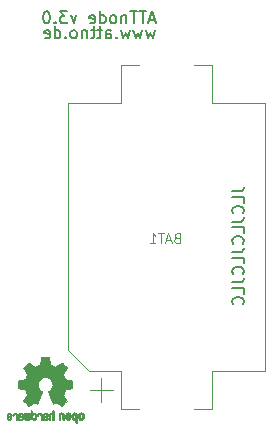
<source format=gbo>
%TF.GenerationSoftware,KiCad,Pcbnew,5.1.8*%
%TF.CreationDate,2020-11-15T15:49:45+01:00*%
%TF.ProjectId,LORA_ATTINY_v3,4c4f5241-5f41-4545-9449-4e595f76332e,rev?*%
%TF.SameCoordinates,Original*%
%TF.FileFunction,Legend,Bot*%
%TF.FilePolarity,Positive*%
%FSLAX46Y46*%
G04 Gerber Fmt 4.6, Leading zero omitted, Abs format (unit mm)*
G04 Created by KiCad (PCBNEW 5.1.8) date 2020-11-15 15:49:45*
%MOMM*%
%LPD*%
G01*
G04 APERTURE LIST*
%ADD10C,0.150000*%
%ADD11C,0.010000*%
%ADD12C,0.120000*%
%ADD13C,0.100000*%
G04 APERTURE END LIST*
D10*
X76414380Y-57102952D02*
X77128666Y-57102952D01*
X77271523Y-57055333D01*
X77366761Y-56960095D01*
X77414380Y-56817238D01*
X77414380Y-56722000D01*
X77414380Y-58055333D02*
X77414380Y-57579142D01*
X76414380Y-57579142D01*
X77319142Y-58960095D02*
X77366761Y-58912476D01*
X77414380Y-58769619D01*
X77414380Y-58674380D01*
X77366761Y-58531523D01*
X77271523Y-58436285D01*
X77176285Y-58388666D01*
X76985809Y-58341047D01*
X76842952Y-58341047D01*
X76652476Y-58388666D01*
X76557238Y-58436285D01*
X76462000Y-58531523D01*
X76414380Y-58674380D01*
X76414380Y-58769619D01*
X76462000Y-58912476D01*
X76509619Y-58960095D01*
X76414380Y-59674380D02*
X77128666Y-59674380D01*
X77271523Y-59626761D01*
X77366761Y-59531523D01*
X77414380Y-59388666D01*
X77414380Y-59293428D01*
X77414380Y-60626761D02*
X77414380Y-60150571D01*
X76414380Y-60150571D01*
X77319142Y-61531523D02*
X77366761Y-61483904D01*
X77414380Y-61341047D01*
X77414380Y-61245809D01*
X77366761Y-61102952D01*
X77271523Y-61007714D01*
X77176285Y-60960095D01*
X76985809Y-60912476D01*
X76842952Y-60912476D01*
X76652476Y-60960095D01*
X76557238Y-61007714D01*
X76462000Y-61102952D01*
X76414380Y-61245809D01*
X76414380Y-61341047D01*
X76462000Y-61483904D01*
X76509619Y-61531523D01*
X76414380Y-62245809D02*
X77128666Y-62245809D01*
X77271523Y-62198190D01*
X77366761Y-62102952D01*
X77414380Y-61960095D01*
X77414380Y-61864857D01*
X77414380Y-63198190D02*
X77414380Y-62722000D01*
X76414380Y-62722000D01*
X77319142Y-64102952D02*
X77366761Y-64055333D01*
X77414380Y-63912476D01*
X77414380Y-63817238D01*
X77366761Y-63674380D01*
X77271523Y-63579142D01*
X77176285Y-63531523D01*
X76985809Y-63483904D01*
X76842952Y-63483904D01*
X76652476Y-63531523D01*
X76557238Y-63579142D01*
X76462000Y-63674380D01*
X76414380Y-63817238D01*
X76414380Y-63912476D01*
X76462000Y-64055333D01*
X76509619Y-64102952D01*
X76414380Y-64817238D02*
X77128666Y-64817238D01*
X77271523Y-64769619D01*
X77366761Y-64674380D01*
X77414380Y-64531523D01*
X77414380Y-64436285D01*
X77414380Y-65769619D02*
X77414380Y-65293428D01*
X76414380Y-65293428D01*
X77319142Y-66674380D02*
X77366761Y-66626761D01*
X77414380Y-66483904D01*
X77414380Y-66388666D01*
X77366761Y-66245809D01*
X77271523Y-66150571D01*
X77176285Y-66102952D01*
X76985809Y-66055333D01*
X76842952Y-66055333D01*
X76652476Y-66102952D01*
X76557238Y-66150571D01*
X76462000Y-66245809D01*
X76414380Y-66388666D01*
X76414380Y-66483904D01*
X76462000Y-66626761D01*
X76509619Y-66674380D01*
X69865285Y-43473714D02*
X69674809Y-44140380D01*
X69484333Y-43664190D01*
X69293857Y-44140380D01*
X69103380Y-43473714D01*
X68817666Y-43473714D02*
X68627190Y-44140380D01*
X68436714Y-43664190D01*
X68246238Y-44140380D01*
X68055761Y-43473714D01*
X67770047Y-43473714D02*
X67579571Y-44140380D01*
X67389095Y-43664190D01*
X67198619Y-44140380D01*
X67008142Y-43473714D01*
X66627190Y-44045142D02*
X66579571Y-44092761D01*
X66627190Y-44140380D01*
X66674809Y-44092761D01*
X66627190Y-44045142D01*
X66627190Y-44140380D01*
X65722428Y-44140380D02*
X65722428Y-43616571D01*
X65770047Y-43521333D01*
X65865285Y-43473714D01*
X66055761Y-43473714D01*
X66151000Y-43521333D01*
X65722428Y-44092761D02*
X65817666Y-44140380D01*
X66055761Y-44140380D01*
X66151000Y-44092761D01*
X66198619Y-43997523D01*
X66198619Y-43902285D01*
X66151000Y-43807047D01*
X66055761Y-43759428D01*
X65817666Y-43759428D01*
X65722428Y-43711809D01*
X65389095Y-43473714D02*
X65008142Y-43473714D01*
X65246238Y-43140380D02*
X65246238Y-43997523D01*
X65198619Y-44092761D01*
X65103380Y-44140380D01*
X65008142Y-44140380D01*
X64817666Y-43473714D02*
X64436714Y-43473714D01*
X64674809Y-43140380D02*
X64674809Y-43997523D01*
X64627190Y-44092761D01*
X64531952Y-44140380D01*
X64436714Y-44140380D01*
X64103380Y-43473714D02*
X64103380Y-44140380D01*
X64103380Y-43568952D02*
X64055761Y-43521333D01*
X63960523Y-43473714D01*
X63817666Y-43473714D01*
X63722428Y-43521333D01*
X63674809Y-43616571D01*
X63674809Y-44140380D01*
X63055761Y-44140380D02*
X63151000Y-44092761D01*
X63198619Y-44045142D01*
X63246238Y-43949904D01*
X63246238Y-43664190D01*
X63198619Y-43568952D01*
X63151000Y-43521333D01*
X63055761Y-43473714D01*
X62912904Y-43473714D01*
X62817666Y-43521333D01*
X62770047Y-43568952D01*
X62722428Y-43664190D01*
X62722428Y-43949904D01*
X62770047Y-44045142D01*
X62817666Y-44092761D01*
X62912904Y-44140380D01*
X63055761Y-44140380D01*
X62293857Y-44045142D02*
X62246238Y-44092761D01*
X62293857Y-44140380D01*
X62341476Y-44092761D01*
X62293857Y-44045142D01*
X62293857Y-44140380D01*
X61389095Y-44140380D02*
X61389095Y-43140380D01*
X61389095Y-44092761D02*
X61484333Y-44140380D01*
X61674809Y-44140380D01*
X61770047Y-44092761D01*
X61817666Y-44045142D01*
X61865285Y-43949904D01*
X61865285Y-43664190D01*
X61817666Y-43568952D01*
X61770047Y-43521333D01*
X61674809Y-43473714D01*
X61484333Y-43473714D01*
X61389095Y-43521333D01*
X60531952Y-44092761D02*
X60627190Y-44140380D01*
X60817666Y-44140380D01*
X60912904Y-44092761D01*
X60960523Y-43997523D01*
X60960523Y-43616571D01*
X60912904Y-43521333D01*
X60817666Y-43473714D01*
X60627190Y-43473714D01*
X60531952Y-43521333D01*
X60484333Y-43616571D01*
X60484333Y-43711809D01*
X60960523Y-43807047D01*
X69889095Y-42584666D02*
X69412904Y-42584666D01*
X69984333Y-42870380D02*
X69651000Y-41870380D01*
X69317666Y-42870380D01*
X69127190Y-41870380D02*
X68555761Y-41870380D01*
X68841476Y-42870380D02*
X68841476Y-41870380D01*
X68365285Y-41870380D02*
X67793857Y-41870380D01*
X68079571Y-42870380D02*
X68079571Y-41870380D01*
X67460523Y-42203714D02*
X67460523Y-42870380D01*
X67460523Y-42298952D02*
X67412904Y-42251333D01*
X67317666Y-42203714D01*
X67174809Y-42203714D01*
X67079571Y-42251333D01*
X67031952Y-42346571D01*
X67031952Y-42870380D01*
X66412904Y-42870380D02*
X66508142Y-42822761D01*
X66555761Y-42775142D01*
X66603380Y-42679904D01*
X66603380Y-42394190D01*
X66555761Y-42298952D01*
X66508142Y-42251333D01*
X66412904Y-42203714D01*
X66270047Y-42203714D01*
X66174809Y-42251333D01*
X66127190Y-42298952D01*
X66079571Y-42394190D01*
X66079571Y-42679904D01*
X66127190Y-42775142D01*
X66174809Y-42822761D01*
X66270047Y-42870380D01*
X66412904Y-42870380D01*
X65222428Y-42870380D02*
X65222428Y-41870380D01*
X65222428Y-42822761D02*
X65317666Y-42870380D01*
X65508142Y-42870380D01*
X65603380Y-42822761D01*
X65651000Y-42775142D01*
X65698619Y-42679904D01*
X65698619Y-42394190D01*
X65651000Y-42298952D01*
X65603380Y-42251333D01*
X65508142Y-42203714D01*
X65317666Y-42203714D01*
X65222428Y-42251333D01*
X64365285Y-42822761D02*
X64460523Y-42870380D01*
X64651000Y-42870380D01*
X64746238Y-42822761D01*
X64793857Y-42727523D01*
X64793857Y-42346571D01*
X64746238Y-42251333D01*
X64651000Y-42203714D01*
X64460523Y-42203714D01*
X64365285Y-42251333D01*
X64317666Y-42346571D01*
X64317666Y-42441809D01*
X64793857Y-42537047D01*
X63222428Y-42203714D02*
X62984333Y-42870380D01*
X62746238Y-42203714D01*
X62460523Y-41870380D02*
X61841476Y-41870380D01*
X62174809Y-42251333D01*
X62031952Y-42251333D01*
X61936714Y-42298952D01*
X61889095Y-42346571D01*
X61841476Y-42441809D01*
X61841476Y-42679904D01*
X61889095Y-42775142D01*
X61936714Y-42822761D01*
X62031952Y-42870380D01*
X62317666Y-42870380D01*
X62412904Y-42822761D01*
X62460523Y-42775142D01*
X61412904Y-42775142D02*
X61365285Y-42822761D01*
X61412904Y-42870380D01*
X61460523Y-42822761D01*
X61412904Y-42775142D01*
X61412904Y-42870380D01*
X60746238Y-41870380D02*
X60651000Y-41870380D01*
X60555761Y-41918000D01*
X60508142Y-41965619D01*
X60460523Y-42060857D01*
X60412904Y-42251333D01*
X60412904Y-42489428D01*
X60460523Y-42679904D01*
X60508142Y-42775142D01*
X60555761Y-42822761D01*
X60651000Y-42870380D01*
X60746238Y-42870380D01*
X60841476Y-42822761D01*
X60889095Y-42775142D01*
X60936714Y-42679904D01*
X60984333Y-42489428D01*
X60984333Y-42251333D01*
X60936714Y-42060857D01*
X60889095Y-41965619D01*
X60841476Y-41918000D01*
X60746238Y-41870380D01*
D11*
%TO.C,OSHW*%
G36*
X60475090Y-71156348D02*
G01*
X60396546Y-71156778D01*
X60339702Y-71157942D01*
X60300895Y-71160207D01*
X60276462Y-71163940D01*
X60262738Y-71169506D01*
X60256060Y-71177273D01*
X60252764Y-71187605D01*
X60252444Y-71188943D01*
X60247438Y-71213079D01*
X60238171Y-71260701D01*
X60225608Y-71326741D01*
X60210713Y-71406128D01*
X60194449Y-71493796D01*
X60193881Y-71496875D01*
X60177590Y-71582789D01*
X60162348Y-71658696D01*
X60149139Y-71720045D01*
X60138946Y-71762282D01*
X60132752Y-71780855D01*
X60132457Y-71781184D01*
X60114212Y-71790253D01*
X60076595Y-71805367D01*
X60027729Y-71823262D01*
X60027457Y-71823358D01*
X59965907Y-71846493D01*
X59893343Y-71875965D01*
X59824943Y-71905597D01*
X59821706Y-71907062D01*
X59710298Y-71957626D01*
X59463601Y-71789160D01*
X59387923Y-71737803D01*
X59319369Y-71691889D01*
X59261912Y-71654030D01*
X59219524Y-71626837D01*
X59196175Y-71612921D01*
X59193958Y-71611889D01*
X59176990Y-71616484D01*
X59145299Y-71638655D01*
X59097648Y-71679447D01*
X59032802Y-71739905D01*
X58966603Y-71804227D01*
X58902786Y-71867612D01*
X58845671Y-71925451D01*
X58798695Y-71974175D01*
X58765297Y-72010210D01*
X58748915Y-72029984D01*
X58748306Y-72031002D01*
X58746495Y-72044572D01*
X58753317Y-72066733D01*
X58770460Y-72100478D01*
X58799607Y-72148800D01*
X58842445Y-72214692D01*
X58899552Y-72299517D01*
X58950234Y-72374177D01*
X58995539Y-72441140D01*
X59032850Y-72496516D01*
X59059548Y-72536420D01*
X59073015Y-72556962D01*
X59073863Y-72558356D01*
X59072219Y-72578038D01*
X59059755Y-72616293D01*
X59038952Y-72665889D01*
X59031538Y-72681728D01*
X58999186Y-72752290D01*
X58964672Y-72832353D01*
X58936635Y-72901629D01*
X58916432Y-72953045D01*
X58900385Y-72992119D01*
X58891112Y-73012541D01*
X58889959Y-73014114D01*
X58872904Y-73016721D01*
X58832702Y-73023863D01*
X58774698Y-73034523D01*
X58704237Y-73047685D01*
X58626665Y-73062333D01*
X58547328Y-73077449D01*
X58471569Y-73092018D01*
X58404736Y-73105022D01*
X58352172Y-73115445D01*
X58319224Y-73122270D01*
X58311143Y-73124199D01*
X58302795Y-73128962D01*
X58296494Y-73139718D01*
X58291955Y-73160098D01*
X58288896Y-73193734D01*
X58287033Y-73244255D01*
X58286082Y-73315292D01*
X58285760Y-73410476D01*
X58285743Y-73449492D01*
X58285743Y-73766799D01*
X58361943Y-73781839D01*
X58404337Y-73789995D01*
X58467600Y-73801899D01*
X58544038Y-73816116D01*
X58625957Y-73831210D01*
X58648600Y-73835355D01*
X58724194Y-73850053D01*
X58790047Y-73864505D01*
X58840634Y-73877375D01*
X58870426Y-73887322D01*
X58875388Y-73890287D01*
X58887574Y-73911283D01*
X58905047Y-73951967D01*
X58924423Y-74004322D01*
X58928266Y-74015600D01*
X58953661Y-74085523D01*
X58985183Y-74164418D01*
X59016031Y-74235266D01*
X59016183Y-74235595D01*
X59067553Y-74346733D01*
X58898601Y-74595253D01*
X58729648Y-74843772D01*
X58946571Y-75061058D01*
X59012181Y-75125726D01*
X59072021Y-75182733D01*
X59122733Y-75229033D01*
X59160954Y-75261584D01*
X59183325Y-75277343D01*
X59186534Y-75278343D01*
X59205374Y-75270469D01*
X59243820Y-75248578D01*
X59297670Y-75215267D01*
X59362724Y-75173131D01*
X59433060Y-75125943D01*
X59504445Y-75077810D01*
X59568092Y-75035928D01*
X59619959Y-75002871D01*
X59656005Y-74981218D01*
X59672133Y-74973543D01*
X59691811Y-74980037D01*
X59729125Y-74997150D01*
X59776379Y-75021326D01*
X59781388Y-75024013D01*
X59845023Y-75055927D01*
X59888659Y-75071579D01*
X59915798Y-75071745D01*
X59929943Y-75057204D01*
X59930025Y-75057000D01*
X59937095Y-75039779D01*
X59953958Y-74998899D01*
X59979305Y-74937525D01*
X60011829Y-74858819D01*
X60050222Y-74765947D01*
X60093178Y-74662072D01*
X60134778Y-74561502D01*
X60180496Y-74450516D01*
X60222474Y-74347703D01*
X60259452Y-74256215D01*
X60290173Y-74179201D01*
X60313378Y-74119815D01*
X60327810Y-74081209D01*
X60332257Y-74066800D01*
X60321104Y-74050272D01*
X60291931Y-74023930D01*
X60253029Y-73994887D01*
X60142243Y-73903039D01*
X60055649Y-73797759D01*
X59994284Y-73681266D01*
X59959185Y-73555776D01*
X59951392Y-73423507D01*
X59957057Y-73362457D01*
X59987922Y-73235795D01*
X60041080Y-73123941D01*
X60113233Y-73028001D01*
X60201083Y-72949076D01*
X60301335Y-72888270D01*
X60410690Y-72846687D01*
X60525853Y-72825428D01*
X60643525Y-72825599D01*
X60760410Y-72848301D01*
X60873211Y-72894638D01*
X60978631Y-72965713D01*
X61022632Y-73005911D01*
X61107021Y-73109129D01*
X61165778Y-73221925D01*
X61199296Y-73341010D01*
X61207965Y-73463095D01*
X61192177Y-73584893D01*
X61152322Y-73703116D01*
X61088793Y-73814475D01*
X61001979Y-73915684D01*
X60904971Y-73994887D01*
X60864563Y-74025162D01*
X60836018Y-74051219D01*
X60825743Y-74066825D01*
X60831123Y-74083843D01*
X60846425Y-74124500D01*
X60870388Y-74185642D01*
X60901756Y-74264119D01*
X60939268Y-74356780D01*
X60981667Y-74460472D01*
X61023337Y-74561526D01*
X61069310Y-74672607D01*
X61111893Y-74775541D01*
X61149779Y-74867165D01*
X61181660Y-74944316D01*
X61206229Y-75003831D01*
X61222180Y-75042544D01*
X61228090Y-75057000D01*
X61242052Y-75071685D01*
X61269060Y-75071642D01*
X61312587Y-75056099D01*
X61376110Y-75024284D01*
X61376612Y-75024013D01*
X61424440Y-74999323D01*
X61463103Y-74981338D01*
X61484905Y-74973614D01*
X61485867Y-74973543D01*
X61502279Y-74981378D01*
X61538513Y-75003165D01*
X61590526Y-75036328D01*
X61654275Y-75078291D01*
X61724940Y-75125943D01*
X61796884Y-75174191D01*
X61861726Y-75216151D01*
X61915265Y-75249227D01*
X61953303Y-75270821D01*
X61971467Y-75278343D01*
X61988192Y-75268457D01*
X62021820Y-75240826D01*
X62068990Y-75198495D01*
X62126342Y-75144505D01*
X62190516Y-75081899D01*
X62211503Y-75060983D01*
X62428501Y-74843623D01*
X62263332Y-74601220D01*
X62213136Y-74526781D01*
X62169081Y-74459972D01*
X62133638Y-74404665D01*
X62109281Y-74364729D01*
X62098478Y-74344036D01*
X62098162Y-74342563D01*
X62103857Y-74323058D01*
X62119174Y-74283822D01*
X62141463Y-74231430D01*
X62157107Y-74196355D01*
X62186359Y-74129201D01*
X62213906Y-74061358D01*
X62235263Y-74004034D01*
X62241065Y-73986572D01*
X62257548Y-73939938D01*
X62273660Y-73903905D01*
X62282510Y-73890287D01*
X62302040Y-73881952D01*
X62344666Y-73870137D01*
X62404855Y-73856181D01*
X62477078Y-73841422D01*
X62509400Y-73835355D01*
X62591478Y-73820273D01*
X62670205Y-73805669D01*
X62737891Y-73792980D01*
X62786840Y-73783642D01*
X62796057Y-73781839D01*
X62872257Y-73766799D01*
X62872257Y-73449492D01*
X62872086Y-73345154D01*
X62871384Y-73266213D01*
X62869866Y-73209038D01*
X62867251Y-73169999D01*
X62863254Y-73145465D01*
X62857591Y-73131805D01*
X62849980Y-73125389D01*
X62846857Y-73124199D01*
X62828022Y-73119980D01*
X62786412Y-73111562D01*
X62727370Y-73099961D01*
X62656243Y-73086195D01*
X62578375Y-73071280D01*
X62499113Y-73056232D01*
X62423802Y-73042069D01*
X62357787Y-73029806D01*
X62306413Y-73020461D01*
X62275025Y-73015050D01*
X62268041Y-73014114D01*
X62261715Y-73001596D01*
X62247710Y-72968246D01*
X62228645Y-72920377D01*
X62221366Y-72901629D01*
X62192004Y-72829195D01*
X62157429Y-72749170D01*
X62126463Y-72681728D01*
X62103677Y-72630159D01*
X62088518Y-72587785D01*
X62083458Y-72561834D01*
X62084264Y-72558356D01*
X62094959Y-72541936D01*
X62119380Y-72505417D01*
X62154905Y-72452687D01*
X62198913Y-72387635D01*
X62248783Y-72314151D01*
X62258644Y-72299645D01*
X62316508Y-72213704D01*
X62359044Y-72148261D01*
X62387946Y-72100304D01*
X62404910Y-72066820D01*
X62411633Y-72044795D01*
X62409810Y-72031217D01*
X62409764Y-72031131D01*
X62395414Y-72013297D01*
X62363677Y-71978817D01*
X62317990Y-71931268D01*
X62261796Y-71874222D01*
X62198532Y-71811255D01*
X62191398Y-71804227D01*
X62111670Y-71727020D01*
X62050143Y-71670330D01*
X62005579Y-71633110D01*
X61976743Y-71614315D01*
X61964042Y-71611889D01*
X61945506Y-71622471D01*
X61907039Y-71646916D01*
X61852614Y-71682612D01*
X61786202Y-71726947D01*
X61711775Y-71777311D01*
X61694399Y-71789160D01*
X61447703Y-71957626D01*
X61336294Y-71907062D01*
X61268543Y-71877595D01*
X61195817Y-71847959D01*
X61133297Y-71824330D01*
X61130543Y-71823358D01*
X61081640Y-71805457D01*
X61043943Y-71790320D01*
X61025575Y-71781210D01*
X61025544Y-71781184D01*
X61019715Y-71764717D01*
X61009808Y-71724219D01*
X60996805Y-71664242D01*
X60981691Y-71589340D01*
X60965448Y-71504064D01*
X60964119Y-71496875D01*
X60947825Y-71409014D01*
X60932867Y-71329260D01*
X60920209Y-71262681D01*
X60910814Y-71214347D01*
X60905646Y-71189325D01*
X60905556Y-71188943D01*
X60902411Y-71178299D01*
X60896296Y-71170262D01*
X60883547Y-71164467D01*
X60860500Y-71160547D01*
X60823491Y-71158135D01*
X60768856Y-71156865D01*
X60692933Y-71156371D01*
X60592056Y-71156286D01*
X60579000Y-71156286D01*
X60475090Y-71156348D01*
G37*
X60475090Y-71156348D02*
X60396546Y-71156778D01*
X60339702Y-71157942D01*
X60300895Y-71160207D01*
X60276462Y-71163940D01*
X60262738Y-71169506D01*
X60256060Y-71177273D01*
X60252764Y-71187605D01*
X60252444Y-71188943D01*
X60247438Y-71213079D01*
X60238171Y-71260701D01*
X60225608Y-71326741D01*
X60210713Y-71406128D01*
X60194449Y-71493796D01*
X60193881Y-71496875D01*
X60177590Y-71582789D01*
X60162348Y-71658696D01*
X60149139Y-71720045D01*
X60138946Y-71762282D01*
X60132752Y-71780855D01*
X60132457Y-71781184D01*
X60114212Y-71790253D01*
X60076595Y-71805367D01*
X60027729Y-71823262D01*
X60027457Y-71823358D01*
X59965907Y-71846493D01*
X59893343Y-71875965D01*
X59824943Y-71905597D01*
X59821706Y-71907062D01*
X59710298Y-71957626D01*
X59463601Y-71789160D01*
X59387923Y-71737803D01*
X59319369Y-71691889D01*
X59261912Y-71654030D01*
X59219524Y-71626837D01*
X59196175Y-71612921D01*
X59193958Y-71611889D01*
X59176990Y-71616484D01*
X59145299Y-71638655D01*
X59097648Y-71679447D01*
X59032802Y-71739905D01*
X58966603Y-71804227D01*
X58902786Y-71867612D01*
X58845671Y-71925451D01*
X58798695Y-71974175D01*
X58765297Y-72010210D01*
X58748915Y-72029984D01*
X58748306Y-72031002D01*
X58746495Y-72044572D01*
X58753317Y-72066733D01*
X58770460Y-72100478D01*
X58799607Y-72148800D01*
X58842445Y-72214692D01*
X58899552Y-72299517D01*
X58950234Y-72374177D01*
X58995539Y-72441140D01*
X59032850Y-72496516D01*
X59059548Y-72536420D01*
X59073015Y-72556962D01*
X59073863Y-72558356D01*
X59072219Y-72578038D01*
X59059755Y-72616293D01*
X59038952Y-72665889D01*
X59031538Y-72681728D01*
X58999186Y-72752290D01*
X58964672Y-72832353D01*
X58936635Y-72901629D01*
X58916432Y-72953045D01*
X58900385Y-72992119D01*
X58891112Y-73012541D01*
X58889959Y-73014114D01*
X58872904Y-73016721D01*
X58832702Y-73023863D01*
X58774698Y-73034523D01*
X58704237Y-73047685D01*
X58626665Y-73062333D01*
X58547328Y-73077449D01*
X58471569Y-73092018D01*
X58404736Y-73105022D01*
X58352172Y-73115445D01*
X58319224Y-73122270D01*
X58311143Y-73124199D01*
X58302795Y-73128962D01*
X58296494Y-73139718D01*
X58291955Y-73160098D01*
X58288896Y-73193734D01*
X58287033Y-73244255D01*
X58286082Y-73315292D01*
X58285760Y-73410476D01*
X58285743Y-73449492D01*
X58285743Y-73766799D01*
X58361943Y-73781839D01*
X58404337Y-73789995D01*
X58467600Y-73801899D01*
X58544038Y-73816116D01*
X58625957Y-73831210D01*
X58648600Y-73835355D01*
X58724194Y-73850053D01*
X58790047Y-73864505D01*
X58840634Y-73877375D01*
X58870426Y-73887322D01*
X58875388Y-73890287D01*
X58887574Y-73911283D01*
X58905047Y-73951967D01*
X58924423Y-74004322D01*
X58928266Y-74015600D01*
X58953661Y-74085523D01*
X58985183Y-74164418D01*
X59016031Y-74235266D01*
X59016183Y-74235595D01*
X59067553Y-74346733D01*
X58898601Y-74595253D01*
X58729648Y-74843772D01*
X58946571Y-75061058D01*
X59012181Y-75125726D01*
X59072021Y-75182733D01*
X59122733Y-75229033D01*
X59160954Y-75261584D01*
X59183325Y-75277343D01*
X59186534Y-75278343D01*
X59205374Y-75270469D01*
X59243820Y-75248578D01*
X59297670Y-75215267D01*
X59362724Y-75173131D01*
X59433060Y-75125943D01*
X59504445Y-75077810D01*
X59568092Y-75035928D01*
X59619959Y-75002871D01*
X59656005Y-74981218D01*
X59672133Y-74973543D01*
X59691811Y-74980037D01*
X59729125Y-74997150D01*
X59776379Y-75021326D01*
X59781388Y-75024013D01*
X59845023Y-75055927D01*
X59888659Y-75071579D01*
X59915798Y-75071745D01*
X59929943Y-75057204D01*
X59930025Y-75057000D01*
X59937095Y-75039779D01*
X59953958Y-74998899D01*
X59979305Y-74937525D01*
X60011829Y-74858819D01*
X60050222Y-74765947D01*
X60093178Y-74662072D01*
X60134778Y-74561502D01*
X60180496Y-74450516D01*
X60222474Y-74347703D01*
X60259452Y-74256215D01*
X60290173Y-74179201D01*
X60313378Y-74119815D01*
X60327810Y-74081209D01*
X60332257Y-74066800D01*
X60321104Y-74050272D01*
X60291931Y-74023930D01*
X60253029Y-73994887D01*
X60142243Y-73903039D01*
X60055649Y-73797759D01*
X59994284Y-73681266D01*
X59959185Y-73555776D01*
X59951392Y-73423507D01*
X59957057Y-73362457D01*
X59987922Y-73235795D01*
X60041080Y-73123941D01*
X60113233Y-73028001D01*
X60201083Y-72949076D01*
X60301335Y-72888270D01*
X60410690Y-72846687D01*
X60525853Y-72825428D01*
X60643525Y-72825599D01*
X60760410Y-72848301D01*
X60873211Y-72894638D01*
X60978631Y-72965713D01*
X61022632Y-73005911D01*
X61107021Y-73109129D01*
X61165778Y-73221925D01*
X61199296Y-73341010D01*
X61207965Y-73463095D01*
X61192177Y-73584893D01*
X61152322Y-73703116D01*
X61088793Y-73814475D01*
X61001979Y-73915684D01*
X60904971Y-73994887D01*
X60864563Y-74025162D01*
X60836018Y-74051219D01*
X60825743Y-74066825D01*
X60831123Y-74083843D01*
X60846425Y-74124500D01*
X60870388Y-74185642D01*
X60901756Y-74264119D01*
X60939268Y-74356780D01*
X60981667Y-74460472D01*
X61023337Y-74561526D01*
X61069310Y-74672607D01*
X61111893Y-74775541D01*
X61149779Y-74867165D01*
X61181660Y-74944316D01*
X61206229Y-75003831D01*
X61222180Y-75042544D01*
X61228090Y-75057000D01*
X61242052Y-75071685D01*
X61269060Y-75071642D01*
X61312587Y-75056099D01*
X61376110Y-75024284D01*
X61376612Y-75024013D01*
X61424440Y-74999323D01*
X61463103Y-74981338D01*
X61484905Y-74973614D01*
X61485867Y-74973543D01*
X61502279Y-74981378D01*
X61538513Y-75003165D01*
X61590526Y-75036328D01*
X61654275Y-75078291D01*
X61724940Y-75125943D01*
X61796884Y-75174191D01*
X61861726Y-75216151D01*
X61915265Y-75249227D01*
X61953303Y-75270821D01*
X61971467Y-75278343D01*
X61988192Y-75268457D01*
X62021820Y-75240826D01*
X62068990Y-75198495D01*
X62126342Y-75144505D01*
X62190516Y-75081899D01*
X62211503Y-75060983D01*
X62428501Y-74843623D01*
X62263332Y-74601220D01*
X62213136Y-74526781D01*
X62169081Y-74459972D01*
X62133638Y-74404665D01*
X62109281Y-74364729D01*
X62098478Y-74344036D01*
X62098162Y-74342563D01*
X62103857Y-74323058D01*
X62119174Y-74283822D01*
X62141463Y-74231430D01*
X62157107Y-74196355D01*
X62186359Y-74129201D01*
X62213906Y-74061358D01*
X62235263Y-74004034D01*
X62241065Y-73986572D01*
X62257548Y-73939938D01*
X62273660Y-73903905D01*
X62282510Y-73890287D01*
X62302040Y-73881952D01*
X62344666Y-73870137D01*
X62404855Y-73856181D01*
X62477078Y-73841422D01*
X62509400Y-73835355D01*
X62591478Y-73820273D01*
X62670205Y-73805669D01*
X62737891Y-73792980D01*
X62786840Y-73783642D01*
X62796057Y-73781839D01*
X62872257Y-73766799D01*
X62872257Y-73449492D01*
X62872086Y-73345154D01*
X62871384Y-73266213D01*
X62869866Y-73209038D01*
X62867251Y-73169999D01*
X62863254Y-73145465D01*
X62857591Y-73131805D01*
X62849980Y-73125389D01*
X62846857Y-73124199D01*
X62828022Y-73119980D01*
X62786412Y-73111562D01*
X62727370Y-73099961D01*
X62656243Y-73086195D01*
X62578375Y-73071280D01*
X62499113Y-73056232D01*
X62423802Y-73042069D01*
X62357787Y-73029806D01*
X62306413Y-73020461D01*
X62275025Y-73015050D01*
X62268041Y-73014114D01*
X62261715Y-73001596D01*
X62247710Y-72968246D01*
X62228645Y-72920377D01*
X62221366Y-72901629D01*
X62192004Y-72829195D01*
X62157429Y-72749170D01*
X62126463Y-72681728D01*
X62103677Y-72630159D01*
X62088518Y-72587785D01*
X62083458Y-72561834D01*
X62084264Y-72558356D01*
X62094959Y-72541936D01*
X62119380Y-72505417D01*
X62154905Y-72452687D01*
X62198913Y-72387635D01*
X62248783Y-72314151D01*
X62258644Y-72299645D01*
X62316508Y-72213704D01*
X62359044Y-72148261D01*
X62387946Y-72100304D01*
X62404910Y-72066820D01*
X62411633Y-72044795D01*
X62409810Y-72031217D01*
X62409764Y-72031131D01*
X62395414Y-72013297D01*
X62363677Y-71978817D01*
X62317990Y-71931268D01*
X62261796Y-71874222D01*
X62198532Y-71811255D01*
X62191398Y-71804227D01*
X62111670Y-71727020D01*
X62050143Y-71670330D01*
X62005579Y-71633110D01*
X61976743Y-71614315D01*
X61964042Y-71611889D01*
X61945506Y-71622471D01*
X61907039Y-71646916D01*
X61852614Y-71682612D01*
X61786202Y-71726947D01*
X61711775Y-71777311D01*
X61694399Y-71789160D01*
X61447703Y-71957626D01*
X61336294Y-71907062D01*
X61268543Y-71877595D01*
X61195817Y-71847959D01*
X61133297Y-71824330D01*
X61130543Y-71823358D01*
X61081640Y-71805457D01*
X61043943Y-71790320D01*
X61025575Y-71781210D01*
X61025544Y-71781184D01*
X61019715Y-71764717D01*
X61009808Y-71724219D01*
X60996805Y-71664242D01*
X60981691Y-71589340D01*
X60965448Y-71504064D01*
X60964119Y-71496875D01*
X60947825Y-71409014D01*
X60932867Y-71329260D01*
X60920209Y-71262681D01*
X60910814Y-71214347D01*
X60905646Y-71189325D01*
X60905556Y-71188943D01*
X60902411Y-71178299D01*
X60896296Y-71170262D01*
X60883547Y-71164467D01*
X60860500Y-71160547D01*
X60823491Y-71158135D01*
X60768856Y-71156865D01*
X60692933Y-71156371D01*
X60592056Y-71156286D01*
X60579000Y-71156286D01*
X60475090Y-71156348D01*
G36*
X57425405Y-75880966D02*
G01*
X57367979Y-75918497D01*
X57340281Y-75952096D01*
X57318338Y-76013064D01*
X57316595Y-76061308D01*
X57320543Y-76125816D01*
X57469314Y-76190934D01*
X57541651Y-76224202D01*
X57588916Y-76250964D01*
X57613493Y-76274144D01*
X57617763Y-76296667D01*
X57604111Y-76321455D01*
X57589057Y-76337886D01*
X57545254Y-76364235D01*
X57497611Y-76366081D01*
X57453855Y-76345546D01*
X57421711Y-76304752D01*
X57415962Y-76290347D01*
X57388424Y-76245356D01*
X57356742Y-76226182D01*
X57313286Y-76209779D01*
X57313286Y-76271966D01*
X57317128Y-76314283D01*
X57332177Y-76349969D01*
X57363720Y-76390943D01*
X57368408Y-76396267D01*
X57403494Y-76432720D01*
X57433653Y-76452283D01*
X57471385Y-76461283D01*
X57502665Y-76464230D01*
X57558615Y-76464965D01*
X57598445Y-76455660D01*
X57623292Y-76441846D01*
X57662344Y-76411467D01*
X57689375Y-76378613D01*
X57706483Y-76337294D01*
X57715762Y-76281521D01*
X57719307Y-76205305D01*
X57719590Y-76166622D01*
X57718628Y-76120247D01*
X57630993Y-76120247D01*
X57629977Y-76145126D01*
X57627444Y-76149200D01*
X57610726Y-76143665D01*
X57574751Y-76129017D01*
X57526669Y-76108190D01*
X57516614Y-76103714D01*
X57455848Y-76072814D01*
X57422368Y-76045657D01*
X57415010Y-76020220D01*
X57432609Y-75994481D01*
X57447144Y-75983109D01*
X57499590Y-75960364D01*
X57548678Y-75964122D01*
X57589773Y-75991884D01*
X57618242Y-76041152D01*
X57627369Y-76080257D01*
X57630993Y-76120247D01*
X57718628Y-76120247D01*
X57717715Y-76076249D01*
X57710804Y-76009384D01*
X57697116Y-75960695D01*
X57674904Y-75924849D01*
X57642426Y-75896513D01*
X57628267Y-75887355D01*
X57563947Y-75863507D01*
X57493527Y-75862006D01*
X57425405Y-75880966D01*
G37*
X57425405Y-75880966D02*
X57367979Y-75918497D01*
X57340281Y-75952096D01*
X57318338Y-76013064D01*
X57316595Y-76061308D01*
X57320543Y-76125816D01*
X57469314Y-76190934D01*
X57541651Y-76224202D01*
X57588916Y-76250964D01*
X57613493Y-76274144D01*
X57617763Y-76296667D01*
X57604111Y-76321455D01*
X57589057Y-76337886D01*
X57545254Y-76364235D01*
X57497611Y-76366081D01*
X57453855Y-76345546D01*
X57421711Y-76304752D01*
X57415962Y-76290347D01*
X57388424Y-76245356D01*
X57356742Y-76226182D01*
X57313286Y-76209779D01*
X57313286Y-76271966D01*
X57317128Y-76314283D01*
X57332177Y-76349969D01*
X57363720Y-76390943D01*
X57368408Y-76396267D01*
X57403494Y-76432720D01*
X57433653Y-76452283D01*
X57471385Y-76461283D01*
X57502665Y-76464230D01*
X57558615Y-76464965D01*
X57598445Y-76455660D01*
X57623292Y-76441846D01*
X57662344Y-76411467D01*
X57689375Y-76378613D01*
X57706483Y-76337294D01*
X57715762Y-76281521D01*
X57719307Y-76205305D01*
X57719590Y-76166622D01*
X57718628Y-76120247D01*
X57630993Y-76120247D01*
X57629977Y-76145126D01*
X57627444Y-76149200D01*
X57610726Y-76143665D01*
X57574751Y-76129017D01*
X57526669Y-76108190D01*
X57516614Y-76103714D01*
X57455848Y-76072814D01*
X57422368Y-76045657D01*
X57415010Y-76020220D01*
X57432609Y-75994481D01*
X57447144Y-75983109D01*
X57499590Y-75960364D01*
X57548678Y-75964122D01*
X57589773Y-75991884D01*
X57618242Y-76041152D01*
X57627369Y-76080257D01*
X57630993Y-76120247D01*
X57718628Y-76120247D01*
X57717715Y-76076249D01*
X57710804Y-76009384D01*
X57697116Y-75960695D01*
X57674904Y-75924849D01*
X57642426Y-75896513D01*
X57628267Y-75887355D01*
X57563947Y-75863507D01*
X57493527Y-75862006D01*
X57425405Y-75880966D01*
G36*
X57926400Y-75872752D02*
G01*
X57909052Y-75880334D01*
X57867644Y-75913128D01*
X57832235Y-75960547D01*
X57810336Y-76011151D01*
X57806771Y-76036098D01*
X57818721Y-76070927D01*
X57844933Y-76089357D01*
X57873036Y-76100516D01*
X57885905Y-76102572D01*
X57892171Y-76087649D01*
X57904544Y-76055175D01*
X57909972Y-76040502D01*
X57940410Y-75989744D01*
X57984480Y-75964427D01*
X58040990Y-75965206D01*
X58045175Y-75966203D01*
X58075345Y-75980507D01*
X58097524Y-76008393D01*
X58112673Y-76053287D01*
X58121750Y-76118615D01*
X58125714Y-76207804D01*
X58126086Y-76255261D01*
X58126270Y-76330071D01*
X58127478Y-76381069D01*
X58130691Y-76413471D01*
X58136891Y-76432495D01*
X58147060Y-76443356D01*
X58162181Y-76451272D01*
X58163054Y-76451670D01*
X58192172Y-76463981D01*
X58206597Y-76468514D01*
X58208814Y-76454809D01*
X58210711Y-76416925D01*
X58212153Y-76359715D01*
X58213002Y-76288027D01*
X58213171Y-76235565D01*
X58212308Y-76134047D01*
X58208930Y-76057032D01*
X58201858Y-76000023D01*
X58189912Y-75958526D01*
X58171910Y-75928043D01*
X58146673Y-75904080D01*
X58121753Y-75887355D01*
X58061829Y-75865097D01*
X57992089Y-75860076D01*
X57926400Y-75872752D01*
G37*
X57926400Y-75872752D02*
X57909052Y-75880334D01*
X57867644Y-75913128D01*
X57832235Y-75960547D01*
X57810336Y-76011151D01*
X57806771Y-76036098D01*
X57818721Y-76070927D01*
X57844933Y-76089357D01*
X57873036Y-76100516D01*
X57885905Y-76102572D01*
X57892171Y-76087649D01*
X57904544Y-76055175D01*
X57909972Y-76040502D01*
X57940410Y-75989744D01*
X57984480Y-75964427D01*
X58040990Y-75965206D01*
X58045175Y-75966203D01*
X58075345Y-75980507D01*
X58097524Y-76008393D01*
X58112673Y-76053287D01*
X58121750Y-76118615D01*
X58125714Y-76207804D01*
X58126086Y-76255261D01*
X58126270Y-76330071D01*
X58127478Y-76381069D01*
X58130691Y-76413471D01*
X58136891Y-76432495D01*
X58147060Y-76443356D01*
X58162181Y-76451272D01*
X58163054Y-76451670D01*
X58192172Y-76463981D01*
X58206597Y-76468514D01*
X58208814Y-76454809D01*
X58210711Y-76416925D01*
X58212153Y-76359715D01*
X58213002Y-76288027D01*
X58213171Y-76235565D01*
X58212308Y-76134047D01*
X58208930Y-76057032D01*
X58201858Y-76000023D01*
X58189912Y-75958526D01*
X58171910Y-75928043D01*
X58146673Y-75904080D01*
X58121753Y-75887355D01*
X58061829Y-75865097D01*
X57992089Y-75860076D01*
X57926400Y-75872752D01*
G36*
X58434124Y-75870335D02*
G01*
X58392333Y-75889344D01*
X58359531Y-75912378D01*
X58335497Y-75938133D01*
X58318903Y-75971358D01*
X58308423Y-76016800D01*
X58302729Y-76079207D01*
X58300493Y-76163327D01*
X58300257Y-76218721D01*
X58300257Y-76434826D01*
X58337226Y-76451670D01*
X58366344Y-76463981D01*
X58380769Y-76468514D01*
X58383528Y-76455025D01*
X58385718Y-76418653D01*
X58387058Y-76365542D01*
X58387343Y-76323372D01*
X58388566Y-76262447D01*
X58391864Y-76214115D01*
X58396679Y-76184518D01*
X58400504Y-76178229D01*
X58426217Y-76184652D01*
X58466582Y-76201125D01*
X58513321Y-76223458D01*
X58558155Y-76247457D01*
X58592807Y-76268930D01*
X58608998Y-76283685D01*
X58609062Y-76283845D01*
X58607670Y-76311152D01*
X58595182Y-76337219D01*
X58573257Y-76358392D01*
X58541257Y-76365474D01*
X58513908Y-76364649D01*
X58475174Y-76364042D01*
X58454842Y-76373116D01*
X58442631Y-76397092D01*
X58441091Y-76401613D01*
X58435797Y-76435806D01*
X58449953Y-76456568D01*
X58486852Y-76466462D01*
X58526711Y-76468292D01*
X58598438Y-76454727D01*
X58635568Y-76435355D01*
X58681424Y-76389845D01*
X58705744Y-76333983D01*
X58707927Y-76274957D01*
X58687371Y-76219953D01*
X58656451Y-76185486D01*
X58625580Y-76166189D01*
X58577058Y-76141759D01*
X58520515Y-76116985D01*
X58511090Y-76113199D01*
X58448981Y-76085791D01*
X58413178Y-76061634D01*
X58401663Y-76037619D01*
X58412420Y-76010635D01*
X58430886Y-75989543D01*
X58474531Y-75963572D01*
X58522554Y-75961624D01*
X58566594Y-75981637D01*
X58598291Y-76021551D01*
X58602451Y-76031848D01*
X58626673Y-76069724D01*
X58662035Y-76097842D01*
X58706657Y-76120917D01*
X58706657Y-76055485D01*
X58704031Y-76015506D01*
X58692770Y-75983997D01*
X58667801Y-75950378D01*
X58643831Y-75924484D01*
X58606559Y-75887817D01*
X58577599Y-75868121D01*
X58546495Y-75860220D01*
X58511287Y-75858914D01*
X58434124Y-75870335D01*
G37*
X58434124Y-75870335D02*
X58392333Y-75889344D01*
X58359531Y-75912378D01*
X58335497Y-75938133D01*
X58318903Y-75971358D01*
X58308423Y-76016800D01*
X58302729Y-76079207D01*
X58300493Y-76163327D01*
X58300257Y-76218721D01*
X58300257Y-76434826D01*
X58337226Y-76451670D01*
X58366344Y-76463981D01*
X58380769Y-76468514D01*
X58383528Y-76455025D01*
X58385718Y-76418653D01*
X58387058Y-76365542D01*
X58387343Y-76323372D01*
X58388566Y-76262447D01*
X58391864Y-76214115D01*
X58396679Y-76184518D01*
X58400504Y-76178229D01*
X58426217Y-76184652D01*
X58466582Y-76201125D01*
X58513321Y-76223458D01*
X58558155Y-76247457D01*
X58592807Y-76268930D01*
X58608998Y-76283685D01*
X58609062Y-76283845D01*
X58607670Y-76311152D01*
X58595182Y-76337219D01*
X58573257Y-76358392D01*
X58541257Y-76365474D01*
X58513908Y-76364649D01*
X58475174Y-76364042D01*
X58454842Y-76373116D01*
X58442631Y-76397092D01*
X58441091Y-76401613D01*
X58435797Y-76435806D01*
X58449953Y-76456568D01*
X58486852Y-76466462D01*
X58526711Y-76468292D01*
X58598438Y-76454727D01*
X58635568Y-76435355D01*
X58681424Y-76389845D01*
X58705744Y-76333983D01*
X58707927Y-76274957D01*
X58687371Y-76219953D01*
X58656451Y-76185486D01*
X58625580Y-76166189D01*
X58577058Y-76141759D01*
X58520515Y-76116985D01*
X58511090Y-76113199D01*
X58448981Y-76085791D01*
X58413178Y-76061634D01*
X58401663Y-76037619D01*
X58412420Y-76010635D01*
X58430886Y-75989543D01*
X58474531Y-75963572D01*
X58522554Y-75961624D01*
X58566594Y-75981637D01*
X58598291Y-76021551D01*
X58602451Y-76031848D01*
X58626673Y-76069724D01*
X58662035Y-76097842D01*
X58706657Y-76120917D01*
X58706657Y-76055485D01*
X58704031Y-76015506D01*
X58692770Y-75983997D01*
X58667801Y-75950378D01*
X58643831Y-75924484D01*
X58606559Y-75887817D01*
X58577599Y-75868121D01*
X58546495Y-75860220D01*
X58511287Y-75858914D01*
X58434124Y-75870335D01*
G36*
X58799167Y-75872663D02*
G01*
X58796952Y-75910850D01*
X58795216Y-75968886D01*
X58794101Y-76042180D01*
X58793743Y-76119055D01*
X58793743Y-76379196D01*
X58839674Y-76425127D01*
X58871325Y-76453429D01*
X58899110Y-76464893D01*
X58937085Y-76464168D01*
X58952160Y-76462321D01*
X58999274Y-76456948D01*
X59038244Y-76453869D01*
X59047743Y-76453585D01*
X59079767Y-76455445D01*
X59125568Y-76460114D01*
X59143326Y-76462321D01*
X59186943Y-76465735D01*
X59216255Y-76458320D01*
X59245320Y-76435427D01*
X59255812Y-76425127D01*
X59301743Y-76379196D01*
X59301743Y-75892602D01*
X59264774Y-75875758D01*
X59232941Y-75863282D01*
X59214317Y-75858914D01*
X59209542Y-75872718D01*
X59205079Y-75911286D01*
X59201225Y-75970356D01*
X59198278Y-76045663D01*
X59196857Y-76109286D01*
X59192886Y-76359657D01*
X59158241Y-76364556D01*
X59126732Y-76361131D01*
X59111292Y-76350041D01*
X59106977Y-76329308D01*
X59103292Y-76285145D01*
X59100531Y-76223146D01*
X59098988Y-76148909D01*
X59098765Y-76110706D01*
X59098543Y-75890783D01*
X59052834Y-75874849D01*
X59020482Y-75864015D01*
X59002885Y-75858962D01*
X59002377Y-75858914D01*
X59000612Y-75872648D01*
X58998671Y-75910730D01*
X58996718Y-75968482D01*
X58994916Y-76041227D01*
X58993657Y-76109286D01*
X58989686Y-76359657D01*
X58902600Y-76359657D01*
X58898604Y-76131240D01*
X58894608Y-75902822D01*
X58852153Y-75880868D01*
X58820808Y-75865793D01*
X58802256Y-75858951D01*
X58801721Y-75858914D01*
X58799167Y-75872663D01*
G37*
X58799167Y-75872663D02*
X58796952Y-75910850D01*
X58795216Y-75968886D01*
X58794101Y-76042180D01*
X58793743Y-76119055D01*
X58793743Y-76379196D01*
X58839674Y-76425127D01*
X58871325Y-76453429D01*
X58899110Y-76464893D01*
X58937085Y-76464168D01*
X58952160Y-76462321D01*
X58999274Y-76456948D01*
X59038244Y-76453869D01*
X59047743Y-76453585D01*
X59079767Y-76455445D01*
X59125568Y-76460114D01*
X59143326Y-76462321D01*
X59186943Y-76465735D01*
X59216255Y-76458320D01*
X59245320Y-76435427D01*
X59255812Y-76425127D01*
X59301743Y-76379196D01*
X59301743Y-75892602D01*
X59264774Y-75875758D01*
X59232941Y-75863282D01*
X59214317Y-75858914D01*
X59209542Y-75872718D01*
X59205079Y-75911286D01*
X59201225Y-75970356D01*
X59198278Y-76045663D01*
X59196857Y-76109286D01*
X59192886Y-76359657D01*
X59158241Y-76364556D01*
X59126732Y-76361131D01*
X59111292Y-76350041D01*
X59106977Y-76329308D01*
X59103292Y-76285145D01*
X59100531Y-76223146D01*
X59098988Y-76148909D01*
X59098765Y-76110706D01*
X59098543Y-75890783D01*
X59052834Y-75874849D01*
X59020482Y-75864015D01*
X59002885Y-75858962D01*
X59002377Y-75858914D01*
X59000612Y-75872648D01*
X58998671Y-75910730D01*
X58996718Y-75968482D01*
X58994916Y-76041227D01*
X58993657Y-76109286D01*
X58989686Y-76359657D01*
X58902600Y-76359657D01*
X58898604Y-76131240D01*
X58894608Y-75902822D01*
X58852153Y-75880868D01*
X58820808Y-75865793D01*
X58802256Y-75858951D01*
X58801721Y-75858914D01*
X58799167Y-75872663D01*
G36*
X59388883Y-75979358D02*
G01*
X59389067Y-76087837D01*
X59389781Y-76171287D01*
X59391325Y-76233704D01*
X59393999Y-76279085D01*
X59398106Y-76311429D01*
X59403945Y-76334733D01*
X59411818Y-76352995D01*
X59417779Y-76363418D01*
X59467145Y-76419945D01*
X59529736Y-76455377D01*
X59598987Y-76468090D01*
X59668332Y-76456463D01*
X59709625Y-76435568D01*
X59752975Y-76399422D01*
X59782519Y-76355276D01*
X59800345Y-76297462D01*
X59808537Y-76220313D01*
X59809698Y-76163714D01*
X59809542Y-76159647D01*
X59708143Y-76159647D01*
X59707524Y-76224550D01*
X59704686Y-76267514D01*
X59698160Y-76295622D01*
X59686477Y-76315953D01*
X59672517Y-76331288D01*
X59625635Y-76360890D01*
X59575299Y-76363419D01*
X59527724Y-76338705D01*
X59524021Y-76335356D01*
X59508217Y-76317935D01*
X59498307Y-76297209D01*
X59492942Y-76266362D01*
X59490772Y-76218577D01*
X59490429Y-76165748D01*
X59491173Y-76099381D01*
X59494252Y-76055106D01*
X59500939Y-76026009D01*
X59512504Y-76005173D01*
X59521987Y-75994107D01*
X59566040Y-75966198D01*
X59616776Y-75962843D01*
X59665204Y-75984159D01*
X59674550Y-75992073D01*
X59690460Y-76009647D01*
X59700390Y-76030587D01*
X59705722Y-76061782D01*
X59707837Y-76110122D01*
X59708143Y-76159647D01*
X59809542Y-76159647D01*
X59806190Y-76072568D01*
X59794274Y-76004086D01*
X59771865Y-75952600D01*
X59736876Y-75912443D01*
X59709625Y-75891861D01*
X59660093Y-75869625D01*
X59602684Y-75859304D01*
X59549318Y-75862067D01*
X59519457Y-75873212D01*
X59507739Y-75876383D01*
X59499963Y-75864557D01*
X59494535Y-75832866D01*
X59490429Y-75784593D01*
X59485933Y-75730829D01*
X59479687Y-75698482D01*
X59468324Y-75679985D01*
X59448472Y-75667770D01*
X59436000Y-75662362D01*
X59388829Y-75642601D01*
X59388883Y-75979358D01*
G37*
X59388883Y-75979358D02*
X59389067Y-76087837D01*
X59389781Y-76171287D01*
X59391325Y-76233704D01*
X59393999Y-76279085D01*
X59398106Y-76311429D01*
X59403945Y-76334733D01*
X59411818Y-76352995D01*
X59417779Y-76363418D01*
X59467145Y-76419945D01*
X59529736Y-76455377D01*
X59598987Y-76468090D01*
X59668332Y-76456463D01*
X59709625Y-76435568D01*
X59752975Y-76399422D01*
X59782519Y-76355276D01*
X59800345Y-76297462D01*
X59808537Y-76220313D01*
X59809698Y-76163714D01*
X59809542Y-76159647D01*
X59708143Y-76159647D01*
X59707524Y-76224550D01*
X59704686Y-76267514D01*
X59698160Y-76295622D01*
X59686477Y-76315953D01*
X59672517Y-76331288D01*
X59625635Y-76360890D01*
X59575299Y-76363419D01*
X59527724Y-76338705D01*
X59524021Y-76335356D01*
X59508217Y-76317935D01*
X59498307Y-76297209D01*
X59492942Y-76266362D01*
X59490772Y-76218577D01*
X59490429Y-76165748D01*
X59491173Y-76099381D01*
X59494252Y-76055106D01*
X59500939Y-76026009D01*
X59512504Y-76005173D01*
X59521987Y-75994107D01*
X59566040Y-75966198D01*
X59616776Y-75962843D01*
X59665204Y-75984159D01*
X59674550Y-75992073D01*
X59690460Y-76009647D01*
X59700390Y-76030587D01*
X59705722Y-76061782D01*
X59707837Y-76110122D01*
X59708143Y-76159647D01*
X59809542Y-76159647D01*
X59806190Y-76072568D01*
X59794274Y-76004086D01*
X59771865Y-75952600D01*
X59736876Y-75912443D01*
X59709625Y-75891861D01*
X59660093Y-75869625D01*
X59602684Y-75859304D01*
X59549318Y-75862067D01*
X59519457Y-75873212D01*
X59507739Y-75876383D01*
X59499963Y-75864557D01*
X59494535Y-75832866D01*
X59490429Y-75784593D01*
X59485933Y-75730829D01*
X59479687Y-75698482D01*
X59468324Y-75679985D01*
X59448472Y-75667770D01*
X59436000Y-75662362D01*
X59388829Y-75642601D01*
X59388883Y-75979358D01*
G36*
X60049074Y-75863755D02*
G01*
X59983142Y-75888084D01*
X59929727Y-75931117D01*
X59908836Y-75961409D01*
X59886061Y-76016994D01*
X59886534Y-76057186D01*
X59910438Y-76084217D01*
X59919283Y-76088813D01*
X59957470Y-76103144D01*
X59976972Y-76099472D01*
X59983578Y-76075407D01*
X59983914Y-76062114D01*
X59996008Y-76013210D01*
X60027529Y-75978999D01*
X60071341Y-75962476D01*
X60120305Y-75966634D01*
X60160106Y-75988227D01*
X60173550Y-76000544D01*
X60183079Y-76015487D01*
X60189515Y-76038075D01*
X60193683Y-76073328D01*
X60196403Y-76126266D01*
X60198498Y-76201907D01*
X60199040Y-76225857D01*
X60201019Y-76307790D01*
X60203269Y-76365455D01*
X60206643Y-76403608D01*
X60211994Y-76427004D01*
X60220176Y-76440398D01*
X60232041Y-76448545D01*
X60239638Y-76452144D01*
X60271898Y-76464452D01*
X60290889Y-76468514D01*
X60297164Y-76454948D01*
X60300994Y-76413934D01*
X60302400Y-76344999D01*
X60301402Y-76247669D01*
X60301092Y-76232657D01*
X60298899Y-76143859D01*
X60296307Y-76079019D01*
X60292618Y-76033067D01*
X60287136Y-76000935D01*
X60279165Y-75977553D01*
X60268007Y-75957852D01*
X60262170Y-75949410D01*
X60228704Y-75912057D01*
X60191273Y-75883003D01*
X60186691Y-75880467D01*
X60119574Y-75860443D01*
X60049074Y-75863755D01*
G37*
X60049074Y-75863755D02*
X59983142Y-75888084D01*
X59929727Y-75931117D01*
X59908836Y-75961409D01*
X59886061Y-76016994D01*
X59886534Y-76057186D01*
X59910438Y-76084217D01*
X59919283Y-76088813D01*
X59957470Y-76103144D01*
X59976972Y-76099472D01*
X59983578Y-76075407D01*
X59983914Y-76062114D01*
X59996008Y-76013210D01*
X60027529Y-75978999D01*
X60071341Y-75962476D01*
X60120305Y-75966634D01*
X60160106Y-75988227D01*
X60173550Y-76000544D01*
X60183079Y-76015487D01*
X60189515Y-76038075D01*
X60193683Y-76073328D01*
X60196403Y-76126266D01*
X60198498Y-76201907D01*
X60199040Y-76225857D01*
X60201019Y-76307790D01*
X60203269Y-76365455D01*
X60206643Y-76403608D01*
X60211994Y-76427004D01*
X60220176Y-76440398D01*
X60232041Y-76448545D01*
X60239638Y-76452144D01*
X60271898Y-76464452D01*
X60290889Y-76468514D01*
X60297164Y-76454948D01*
X60300994Y-76413934D01*
X60302400Y-76344999D01*
X60301402Y-76247669D01*
X60301092Y-76232657D01*
X60298899Y-76143859D01*
X60296307Y-76079019D01*
X60292618Y-76033067D01*
X60287136Y-76000935D01*
X60279165Y-75977553D01*
X60268007Y-75957852D01*
X60262170Y-75949410D01*
X60228704Y-75912057D01*
X60191273Y-75883003D01*
X60186691Y-75880467D01*
X60119574Y-75860443D01*
X60049074Y-75863755D01*
G36*
X60539256Y-75864968D02*
G01*
X60482384Y-75886087D01*
X60481733Y-75886493D01*
X60446560Y-75912380D01*
X60420593Y-75942633D01*
X60402330Y-75982058D01*
X60390268Y-76035462D01*
X60382904Y-76107651D01*
X60378736Y-76203432D01*
X60378371Y-76217078D01*
X60373124Y-76422842D01*
X60417284Y-76445678D01*
X60449237Y-76461110D01*
X60468530Y-76468423D01*
X60469422Y-76468514D01*
X60472761Y-76455022D01*
X60475413Y-76418626D01*
X60477044Y-76365452D01*
X60477400Y-76322393D01*
X60477408Y-76252641D01*
X60480597Y-76208837D01*
X60491712Y-76187944D01*
X60515499Y-76186925D01*
X60556704Y-76202741D01*
X60618914Y-76231815D01*
X60664659Y-76255963D01*
X60688187Y-76276913D01*
X60695104Y-76299747D01*
X60695114Y-76300877D01*
X60683701Y-76340212D01*
X60649908Y-76361462D01*
X60598191Y-76364539D01*
X60560939Y-76364006D01*
X60541297Y-76374735D01*
X60529048Y-76400505D01*
X60521998Y-76433337D01*
X60532158Y-76451966D01*
X60535983Y-76454632D01*
X60571999Y-76465340D01*
X60622434Y-76466856D01*
X60674374Y-76459759D01*
X60711178Y-76446788D01*
X60762062Y-76403585D01*
X60790986Y-76343446D01*
X60796714Y-76296462D01*
X60792343Y-76254082D01*
X60776525Y-76219488D01*
X60745203Y-76188763D01*
X60694322Y-76157990D01*
X60619824Y-76123252D01*
X60615286Y-76121288D01*
X60548179Y-76090287D01*
X60506768Y-76064862D01*
X60489019Y-76042014D01*
X60492893Y-76018745D01*
X60516357Y-75992056D01*
X60523373Y-75985914D01*
X60570370Y-75962100D01*
X60619067Y-75963103D01*
X60661478Y-75986451D01*
X60689616Y-76029675D01*
X60692231Y-76038160D01*
X60717692Y-76079308D01*
X60749999Y-76099128D01*
X60796714Y-76118770D01*
X60796714Y-76067950D01*
X60782504Y-75994082D01*
X60740325Y-75926327D01*
X60718376Y-75903661D01*
X60668483Y-75874569D01*
X60605033Y-75861400D01*
X60539256Y-75864968D01*
G37*
X60539256Y-75864968D02*
X60482384Y-75886087D01*
X60481733Y-75886493D01*
X60446560Y-75912380D01*
X60420593Y-75942633D01*
X60402330Y-75982058D01*
X60390268Y-76035462D01*
X60382904Y-76107651D01*
X60378736Y-76203432D01*
X60378371Y-76217078D01*
X60373124Y-76422842D01*
X60417284Y-76445678D01*
X60449237Y-76461110D01*
X60468530Y-76468423D01*
X60469422Y-76468514D01*
X60472761Y-76455022D01*
X60475413Y-76418626D01*
X60477044Y-76365452D01*
X60477400Y-76322393D01*
X60477408Y-76252641D01*
X60480597Y-76208837D01*
X60491712Y-76187944D01*
X60515499Y-76186925D01*
X60556704Y-76202741D01*
X60618914Y-76231815D01*
X60664659Y-76255963D01*
X60688187Y-76276913D01*
X60695104Y-76299747D01*
X60695114Y-76300877D01*
X60683701Y-76340212D01*
X60649908Y-76361462D01*
X60598191Y-76364539D01*
X60560939Y-76364006D01*
X60541297Y-76374735D01*
X60529048Y-76400505D01*
X60521998Y-76433337D01*
X60532158Y-76451966D01*
X60535983Y-76454632D01*
X60571999Y-76465340D01*
X60622434Y-76466856D01*
X60674374Y-76459759D01*
X60711178Y-76446788D01*
X60762062Y-76403585D01*
X60790986Y-76343446D01*
X60796714Y-76296462D01*
X60792343Y-76254082D01*
X60776525Y-76219488D01*
X60745203Y-76188763D01*
X60694322Y-76157990D01*
X60619824Y-76123252D01*
X60615286Y-76121288D01*
X60548179Y-76090287D01*
X60506768Y-76064862D01*
X60489019Y-76042014D01*
X60492893Y-76018745D01*
X60516357Y-75992056D01*
X60523373Y-75985914D01*
X60570370Y-75962100D01*
X60619067Y-75963103D01*
X60661478Y-75986451D01*
X60689616Y-76029675D01*
X60692231Y-76038160D01*
X60717692Y-76079308D01*
X60749999Y-76099128D01*
X60796714Y-76118770D01*
X60796714Y-76067950D01*
X60782504Y-75994082D01*
X60740325Y-75926327D01*
X60718376Y-75903661D01*
X60668483Y-75874569D01*
X60605033Y-75861400D01*
X60539256Y-75864968D01*
G36*
X61203114Y-75765289D02*
G01*
X61198861Y-75824613D01*
X61193975Y-75859572D01*
X61187205Y-75874820D01*
X61177298Y-75875015D01*
X61174086Y-75873195D01*
X61131356Y-75860015D01*
X61075773Y-75860785D01*
X61019263Y-75874333D01*
X60983918Y-75891861D01*
X60947679Y-75919861D01*
X60921187Y-75951549D01*
X60903001Y-75991813D01*
X60891678Y-76045543D01*
X60885778Y-76117626D01*
X60883857Y-76212951D01*
X60883823Y-76231237D01*
X60883800Y-76436646D01*
X60929509Y-76452580D01*
X60961973Y-76463420D01*
X60979785Y-76468468D01*
X60980309Y-76468514D01*
X60982063Y-76454828D01*
X60983556Y-76417076D01*
X60984674Y-76360224D01*
X60985303Y-76289234D01*
X60985400Y-76246073D01*
X60985602Y-76160973D01*
X60986642Y-76099981D01*
X60989169Y-76058177D01*
X60993836Y-76030642D01*
X61001293Y-76012456D01*
X61012189Y-75998698D01*
X61018993Y-75992073D01*
X61065728Y-75965375D01*
X61116728Y-75963375D01*
X61162999Y-75985955D01*
X61171556Y-75994107D01*
X61184107Y-76009436D01*
X61192812Y-76027618D01*
X61198369Y-76053909D01*
X61201474Y-76093562D01*
X61202824Y-76151832D01*
X61203114Y-76232173D01*
X61203114Y-76436646D01*
X61248823Y-76452580D01*
X61281287Y-76463420D01*
X61299099Y-76468468D01*
X61299623Y-76468514D01*
X61300963Y-76454623D01*
X61302172Y-76415439D01*
X61303199Y-76354700D01*
X61303998Y-76276141D01*
X61304519Y-76183498D01*
X61304714Y-76080509D01*
X61304714Y-75683342D01*
X61257543Y-75663444D01*
X61210371Y-75643547D01*
X61203114Y-75765289D01*
G37*
X61203114Y-75765289D02*
X61198861Y-75824613D01*
X61193975Y-75859572D01*
X61187205Y-75874820D01*
X61177298Y-75875015D01*
X61174086Y-75873195D01*
X61131356Y-75860015D01*
X61075773Y-75860785D01*
X61019263Y-75874333D01*
X60983918Y-75891861D01*
X60947679Y-75919861D01*
X60921187Y-75951549D01*
X60903001Y-75991813D01*
X60891678Y-76045543D01*
X60885778Y-76117626D01*
X60883857Y-76212951D01*
X60883823Y-76231237D01*
X60883800Y-76436646D01*
X60929509Y-76452580D01*
X60961973Y-76463420D01*
X60979785Y-76468468D01*
X60980309Y-76468514D01*
X60982063Y-76454828D01*
X60983556Y-76417076D01*
X60984674Y-76360224D01*
X60985303Y-76289234D01*
X60985400Y-76246073D01*
X60985602Y-76160973D01*
X60986642Y-76099981D01*
X60989169Y-76058177D01*
X60993836Y-76030642D01*
X61001293Y-76012456D01*
X61012189Y-75998698D01*
X61018993Y-75992073D01*
X61065728Y-75965375D01*
X61116728Y-75963375D01*
X61162999Y-75985955D01*
X61171556Y-75994107D01*
X61184107Y-76009436D01*
X61192812Y-76027618D01*
X61198369Y-76053909D01*
X61201474Y-76093562D01*
X61202824Y-76151832D01*
X61203114Y-76232173D01*
X61203114Y-76436646D01*
X61248823Y-76452580D01*
X61281287Y-76463420D01*
X61299099Y-76468468D01*
X61299623Y-76468514D01*
X61300963Y-76454623D01*
X61302172Y-76415439D01*
X61303199Y-76354700D01*
X61303998Y-76276141D01*
X61304519Y-76183498D01*
X61304714Y-76080509D01*
X61304714Y-75683342D01*
X61257543Y-75663444D01*
X61210371Y-75643547D01*
X61203114Y-75765289D01*
G36*
X62410697Y-75845239D02*
G01*
X62353473Y-75883735D01*
X62309251Y-75939335D01*
X62282833Y-76010086D01*
X62277490Y-76062162D01*
X62278097Y-76083893D01*
X62283178Y-76100531D01*
X62297145Y-76115437D01*
X62324411Y-76131973D01*
X62369388Y-76153498D01*
X62436489Y-76183374D01*
X62436829Y-76183524D01*
X62498593Y-76211813D01*
X62549241Y-76236933D01*
X62583596Y-76256179D01*
X62596482Y-76266848D01*
X62596486Y-76266934D01*
X62585128Y-76290166D01*
X62558569Y-76315774D01*
X62528077Y-76334221D01*
X62512630Y-76337886D01*
X62470485Y-76325212D01*
X62434192Y-76293471D01*
X62416483Y-76258572D01*
X62399448Y-76232845D01*
X62366078Y-76203546D01*
X62326851Y-76178235D01*
X62292244Y-76164471D01*
X62285007Y-76163714D01*
X62276861Y-76176160D01*
X62276370Y-76207972D01*
X62282357Y-76250866D01*
X62293643Y-76296558D01*
X62309050Y-76336761D01*
X62309829Y-76338322D01*
X62356196Y-76403062D01*
X62416289Y-76447097D01*
X62484535Y-76468711D01*
X62555362Y-76466185D01*
X62623196Y-76437804D01*
X62626212Y-76435808D01*
X62679573Y-76387448D01*
X62714660Y-76324352D01*
X62734078Y-76241387D01*
X62736684Y-76218078D01*
X62741299Y-76108055D01*
X62735767Y-76056748D01*
X62596486Y-76056748D01*
X62594676Y-76088753D01*
X62584778Y-76098093D01*
X62560102Y-76091105D01*
X62521205Y-76074587D01*
X62477725Y-76053881D01*
X62476644Y-76053333D01*
X62439791Y-76033949D01*
X62425000Y-76021013D01*
X62428647Y-76007451D01*
X62444005Y-75989632D01*
X62483077Y-75963845D01*
X62525154Y-75961950D01*
X62562897Y-75980717D01*
X62588966Y-76016915D01*
X62596486Y-76056748D01*
X62735767Y-76056748D01*
X62731806Y-76020027D01*
X62707450Y-75950212D01*
X62673544Y-75901302D01*
X62612347Y-75851878D01*
X62544937Y-75827359D01*
X62476120Y-75825797D01*
X62410697Y-75845239D01*
G37*
X62410697Y-75845239D02*
X62353473Y-75883735D01*
X62309251Y-75939335D01*
X62282833Y-76010086D01*
X62277490Y-76062162D01*
X62278097Y-76083893D01*
X62283178Y-76100531D01*
X62297145Y-76115437D01*
X62324411Y-76131973D01*
X62369388Y-76153498D01*
X62436489Y-76183374D01*
X62436829Y-76183524D01*
X62498593Y-76211813D01*
X62549241Y-76236933D01*
X62583596Y-76256179D01*
X62596482Y-76266848D01*
X62596486Y-76266934D01*
X62585128Y-76290166D01*
X62558569Y-76315774D01*
X62528077Y-76334221D01*
X62512630Y-76337886D01*
X62470485Y-76325212D01*
X62434192Y-76293471D01*
X62416483Y-76258572D01*
X62399448Y-76232845D01*
X62366078Y-76203546D01*
X62326851Y-76178235D01*
X62292244Y-76164471D01*
X62285007Y-76163714D01*
X62276861Y-76176160D01*
X62276370Y-76207972D01*
X62282357Y-76250866D01*
X62293643Y-76296558D01*
X62309050Y-76336761D01*
X62309829Y-76338322D01*
X62356196Y-76403062D01*
X62416289Y-76447097D01*
X62484535Y-76468711D01*
X62555362Y-76466185D01*
X62623196Y-76437804D01*
X62626212Y-76435808D01*
X62679573Y-76387448D01*
X62714660Y-76324352D01*
X62734078Y-76241387D01*
X62736684Y-76218078D01*
X62741299Y-76108055D01*
X62735767Y-76056748D01*
X62596486Y-76056748D01*
X62594676Y-76088753D01*
X62584778Y-76098093D01*
X62560102Y-76091105D01*
X62521205Y-76074587D01*
X62477725Y-76053881D01*
X62476644Y-76053333D01*
X62439791Y-76033949D01*
X62425000Y-76021013D01*
X62428647Y-76007451D01*
X62444005Y-75989632D01*
X62483077Y-75963845D01*
X62525154Y-75961950D01*
X62562897Y-75980717D01*
X62588966Y-76016915D01*
X62596486Y-76056748D01*
X62735767Y-76056748D01*
X62731806Y-76020027D01*
X62707450Y-75950212D01*
X62673544Y-75901302D01*
X62612347Y-75851878D01*
X62544937Y-75827359D01*
X62476120Y-75825797D01*
X62410697Y-75845239D01*
G36*
X63537885Y-75835962D02*
G01*
X63469855Y-75871733D01*
X63419649Y-75929301D01*
X63401815Y-75966312D01*
X63387937Y-76021882D01*
X63380833Y-76092096D01*
X63380160Y-76168727D01*
X63385573Y-76243552D01*
X63396730Y-76308342D01*
X63413286Y-76354873D01*
X63418374Y-76362887D01*
X63478645Y-76422707D01*
X63550231Y-76458535D01*
X63627908Y-76469020D01*
X63706452Y-76452810D01*
X63728311Y-76443092D01*
X63770878Y-76413143D01*
X63808237Y-76373433D01*
X63811768Y-76368397D01*
X63826119Y-76344124D01*
X63835606Y-76318178D01*
X63841210Y-76284022D01*
X63843914Y-76235119D01*
X63844701Y-76164935D01*
X63844714Y-76149200D01*
X63844678Y-76144192D01*
X63699571Y-76144192D01*
X63698727Y-76210430D01*
X63695404Y-76254386D01*
X63688417Y-76282779D01*
X63676584Y-76302325D01*
X63670543Y-76308857D01*
X63635814Y-76333680D01*
X63602097Y-76332548D01*
X63568005Y-76311016D01*
X63547671Y-76288029D01*
X63535629Y-76254478D01*
X63528866Y-76201569D01*
X63528402Y-76195399D01*
X63527248Y-76099513D01*
X63539312Y-76028299D01*
X63564430Y-75982194D01*
X63602440Y-75961635D01*
X63616008Y-75960514D01*
X63651636Y-75966152D01*
X63676006Y-75985686D01*
X63690907Y-76023042D01*
X63698125Y-76082150D01*
X63699571Y-76144192D01*
X63844678Y-76144192D01*
X63844174Y-76074413D01*
X63841904Y-76022159D01*
X63836932Y-75985949D01*
X63828287Y-75959299D01*
X63814995Y-75935722D01*
X63812057Y-75931338D01*
X63762687Y-75872249D01*
X63708891Y-75837947D01*
X63643398Y-75824331D01*
X63621158Y-75823665D01*
X63537885Y-75835962D01*
G37*
X63537885Y-75835962D02*
X63469855Y-75871733D01*
X63419649Y-75929301D01*
X63401815Y-75966312D01*
X63387937Y-76021882D01*
X63380833Y-76092096D01*
X63380160Y-76168727D01*
X63385573Y-76243552D01*
X63396730Y-76308342D01*
X63413286Y-76354873D01*
X63418374Y-76362887D01*
X63478645Y-76422707D01*
X63550231Y-76458535D01*
X63627908Y-76469020D01*
X63706452Y-76452810D01*
X63728311Y-76443092D01*
X63770878Y-76413143D01*
X63808237Y-76373433D01*
X63811768Y-76368397D01*
X63826119Y-76344124D01*
X63835606Y-76318178D01*
X63841210Y-76284022D01*
X63843914Y-76235119D01*
X63844701Y-76164935D01*
X63844714Y-76149200D01*
X63844678Y-76144192D01*
X63699571Y-76144192D01*
X63698727Y-76210430D01*
X63695404Y-76254386D01*
X63688417Y-76282779D01*
X63676584Y-76302325D01*
X63670543Y-76308857D01*
X63635814Y-76333680D01*
X63602097Y-76332548D01*
X63568005Y-76311016D01*
X63547671Y-76288029D01*
X63535629Y-76254478D01*
X63528866Y-76201569D01*
X63528402Y-76195399D01*
X63527248Y-76099513D01*
X63539312Y-76028299D01*
X63564430Y-75982194D01*
X63602440Y-75961635D01*
X63616008Y-75960514D01*
X63651636Y-75966152D01*
X63676006Y-75985686D01*
X63690907Y-76023042D01*
X63698125Y-76082150D01*
X63699571Y-76144192D01*
X63844678Y-76144192D01*
X63844174Y-76074413D01*
X63841904Y-76022159D01*
X63836932Y-75985949D01*
X63828287Y-75959299D01*
X63814995Y-75935722D01*
X63812057Y-75931338D01*
X63762687Y-75872249D01*
X63708891Y-75837947D01*
X63643398Y-75824331D01*
X63621158Y-75823665D01*
X63537885Y-75835962D01*
G36*
X61862907Y-75841780D02*
G01*
X61816328Y-75868723D01*
X61783943Y-75895466D01*
X61760258Y-75923484D01*
X61743941Y-75957748D01*
X61733661Y-76003227D01*
X61728086Y-76064892D01*
X61725884Y-76147711D01*
X61725629Y-76207246D01*
X61725629Y-76426391D01*
X61787314Y-76454044D01*
X61849000Y-76481697D01*
X61856257Y-76241670D01*
X61859256Y-76152028D01*
X61862402Y-76086962D01*
X61866299Y-76042026D01*
X61871553Y-76012770D01*
X61878769Y-75994748D01*
X61888550Y-75983511D01*
X61891688Y-75981079D01*
X61939239Y-75962083D01*
X61987303Y-75969600D01*
X62015914Y-75989543D01*
X62027553Y-76003675D01*
X62035609Y-76022220D01*
X62040729Y-76050334D01*
X62043559Y-76093173D01*
X62044744Y-76155895D01*
X62044943Y-76221261D01*
X62044982Y-76303268D01*
X62046386Y-76361316D01*
X62051086Y-76400465D01*
X62061013Y-76425780D01*
X62078097Y-76442323D01*
X62104268Y-76455156D01*
X62139225Y-76468491D01*
X62177404Y-76483007D01*
X62172859Y-76225389D01*
X62171029Y-76132519D01*
X62168888Y-76063889D01*
X62165819Y-76014711D01*
X62161206Y-75980198D01*
X62154432Y-75955562D01*
X62144881Y-75936016D01*
X62133366Y-75918770D01*
X62077810Y-75863680D01*
X62010020Y-75831822D01*
X61936287Y-75824191D01*
X61862907Y-75841780D01*
G37*
X61862907Y-75841780D02*
X61816328Y-75868723D01*
X61783943Y-75895466D01*
X61760258Y-75923484D01*
X61743941Y-75957748D01*
X61733661Y-76003227D01*
X61728086Y-76064892D01*
X61725884Y-76147711D01*
X61725629Y-76207246D01*
X61725629Y-76426391D01*
X61787314Y-76454044D01*
X61849000Y-76481697D01*
X61856257Y-76241670D01*
X61859256Y-76152028D01*
X61862402Y-76086962D01*
X61866299Y-76042026D01*
X61871553Y-76012770D01*
X61878769Y-75994748D01*
X61888550Y-75983511D01*
X61891688Y-75981079D01*
X61939239Y-75962083D01*
X61987303Y-75969600D01*
X62015914Y-75989543D01*
X62027553Y-76003675D01*
X62035609Y-76022220D01*
X62040729Y-76050334D01*
X62043559Y-76093173D01*
X62044744Y-76155895D01*
X62044943Y-76221261D01*
X62044982Y-76303268D01*
X62046386Y-76361316D01*
X62051086Y-76400465D01*
X62061013Y-76425780D01*
X62078097Y-76442323D01*
X62104268Y-76455156D01*
X62139225Y-76468491D01*
X62177404Y-76483007D01*
X62172859Y-76225389D01*
X62171029Y-76132519D01*
X62168888Y-76063889D01*
X62165819Y-76014711D01*
X62161206Y-75980198D01*
X62154432Y-75955562D01*
X62144881Y-75936016D01*
X62133366Y-75918770D01*
X62077810Y-75863680D01*
X62010020Y-75831822D01*
X61936287Y-75824191D01*
X61862907Y-75841780D01*
G36*
X62979256Y-75833918D02*
G01*
X62923799Y-75861568D01*
X62874852Y-75912480D01*
X62861371Y-75931338D01*
X62846686Y-75956015D01*
X62837158Y-75982816D01*
X62831707Y-76018587D01*
X62829253Y-76070169D01*
X62828714Y-76138267D01*
X62831148Y-76231588D01*
X62839606Y-76301657D01*
X62855826Y-76353931D01*
X62881546Y-76393869D01*
X62918503Y-76426929D01*
X62921218Y-76428886D01*
X62957640Y-76448908D01*
X63001498Y-76458815D01*
X63057276Y-76461257D01*
X63147952Y-76461257D01*
X63147990Y-76549283D01*
X63148834Y-76598308D01*
X63153976Y-76627065D01*
X63167413Y-76644311D01*
X63193142Y-76658808D01*
X63199321Y-76661769D01*
X63228236Y-76675648D01*
X63250624Y-76684414D01*
X63267271Y-76685171D01*
X63278964Y-76675023D01*
X63286490Y-76651073D01*
X63290634Y-76610426D01*
X63292185Y-76550186D01*
X63291929Y-76467455D01*
X63290651Y-76359339D01*
X63290252Y-76327000D01*
X63288815Y-76215524D01*
X63287528Y-76142603D01*
X63148029Y-76142603D01*
X63147245Y-76204499D01*
X63143760Y-76244997D01*
X63135876Y-76271708D01*
X63121895Y-76292244D01*
X63112403Y-76302260D01*
X63073596Y-76331567D01*
X63039237Y-76333952D01*
X63003784Y-76309750D01*
X63002886Y-76308857D01*
X62988461Y-76290153D01*
X62979687Y-76264732D01*
X62975261Y-76225584D01*
X62973882Y-76165697D01*
X62973857Y-76152430D01*
X62977188Y-76069901D01*
X62988031Y-76012691D01*
X63007660Y-75977766D01*
X63037350Y-75962094D01*
X63054509Y-75960514D01*
X63095234Y-75967926D01*
X63123168Y-75992330D01*
X63139983Y-76036980D01*
X63147350Y-76105130D01*
X63148029Y-76142603D01*
X63287528Y-76142603D01*
X63287292Y-76129245D01*
X63285323Y-76064333D01*
X63282550Y-76016958D01*
X63278612Y-75983290D01*
X63273151Y-75959498D01*
X63265808Y-75941753D01*
X63256223Y-75926224D01*
X63252113Y-75920381D01*
X63197595Y-75865185D01*
X63128664Y-75833890D01*
X63048928Y-75825165D01*
X62979256Y-75833918D01*
G37*
X62979256Y-75833918D02*
X62923799Y-75861568D01*
X62874852Y-75912480D01*
X62861371Y-75931338D01*
X62846686Y-75956015D01*
X62837158Y-75982816D01*
X62831707Y-76018587D01*
X62829253Y-76070169D01*
X62828714Y-76138267D01*
X62831148Y-76231588D01*
X62839606Y-76301657D01*
X62855826Y-76353931D01*
X62881546Y-76393869D01*
X62918503Y-76426929D01*
X62921218Y-76428886D01*
X62957640Y-76448908D01*
X63001498Y-76458815D01*
X63057276Y-76461257D01*
X63147952Y-76461257D01*
X63147990Y-76549283D01*
X63148834Y-76598308D01*
X63153976Y-76627065D01*
X63167413Y-76644311D01*
X63193142Y-76658808D01*
X63199321Y-76661769D01*
X63228236Y-76675648D01*
X63250624Y-76684414D01*
X63267271Y-76685171D01*
X63278964Y-76675023D01*
X63286490Y-76651073D01*
X63290634Y-76610426D01*
X63292185Y-76550186D01*
X63291929Y-76467455D01*
X63290651Y-76359339D01*
X63290252Y-76327000D01*
X63288815Y-76215524D01*
X63287528Y-76142603D01*
X63148029Y-76142603D01*
X63147245Y-76204499D01*
X63143760Y-76244997D01*
X63135876Y-76271708D01*
X63121895Y-76292244D01*
X63112403Y-76302260D01*
X63073596Y-76331567D01*
X63039237Y-76333952D01*
X63003784Y-76309750D01*
X63002886Y-76308857D01*
X62988461Y-76290153D01*
X62979687Y-76264732D01*
X62975261Y-76225584D01*
X62973882Y-76165697D01*
X62973857Y-76152430D01*
X62977188Y-76069901D01*
X62988031Y-76012691D01*
X63007660Y-75977766D01*
X63037350Y-75962094D01*
X63054509Y-75960514D01*
X63095234Y-75967926D01*
X63123168Y-75992330D01*
X63139983Y-76036980D01*
X63147350Y-76105130D01*
X63148029Y-76142603D01*
X63287528Y-76142603D01*
X63287292Y-76129245D01*
X63285323Y-76064333D01*
X63282550Y-76016958D01*
X63278612Y-75983290D01*
X63273151Y-75959498D01*
X63265808Y-75941753D01*
X63256223Y-75926224D01*
X63252113Y-75920381D01*
X63197595Y-75865185D01*
X63128664Y-75833890D01*
X63048928Y-75825165D01*
X62979256Y-75833918D01*
D12*
%TO.C,BAT1*%
X67016000Y-49610000D02*
X67016000Y-46410000D01*
X67016000Y-46410000D02*
X68566000Y-46410000D01*
X62516000Y-49610000D02*
X67016000Y-49610000D01*
X62516000Y-49610000D02*
X62516000Y-70510000D01*
X64316000Y-72310000D02*
X67016000Y-72310000D01*
X62516000Y-70510000D02*
X64316000Y-72310000D01*
X67016000Y-72310000D02*
X67016000Y-75510000D01*
X67016000Y-75510000D02*
X68566000Y-75510000D01*
X74716000Y-72310000D02*
X74716000Y-75510000D01*
X74716000Y-75510000D02*
X73166000Y-75510000D01*
X74716000Y-49610000D02*
X74716000Y-46410000D01*
X74716000Y-46410000D02*
X73166000Y-46410000D01*
X79216000Y-72310000D02*
X79216000Y-49610000D01*
X79216000Y-72310000D02*
X74716000Y-72310000D01*
X79216000Y-49610000D02*
X74716000Y-49610000D01*
X66338200Y-73934320D02*
X64338200Y-73934320D01*
X65318640Y-72945240D02*
X65318640Y-74945240D01*
D13*
X71710428Y-61029857D02*
X71596142Y-61067952D01*
X71558047Y-61106047D01*
X71519952Y-61182238D01*
X71519952Y-61296523D01*
X71558047Y-61372714D01*
X71596142Y-61410809D01*
X71672333Y-61448904D01*
X71977095Y-61448904D01*
X71977095Y-60648904D01*
X71710428Y-60648904D01*
X71634238Y-60687000D01*
X71596142Y-60725095D01*
X71558047Y-60801285D01*
X71558047Y-60877476D01*
X71596142Y-60953666D01*
X71634238Y-60991761D01*
X71710428Y-61029857D01*
X71977095Y-61029857D01*
X71215190Y-61220333D02*
X70834238Y-61220333D01*
X71291380Y-61448904D02*
X71024714Y-60648904D01*
X70758047Y-61448904D01*
X70605666Y-60648904D02*
X70148523Y-60648904D01*
X70377095Y-61448904D02*
X70377095Y-60648904D01*
X69462809Y-61448904D02*
X69919952Y-61448904D01*
X69691380Y-61448904D02*
X69691380Y-60648904D01*
X69767571Y-60763190D01*
X69843761Y-60839380D01*
X69919952Y-60877476D01*
%TD*%
M02*

</source>
